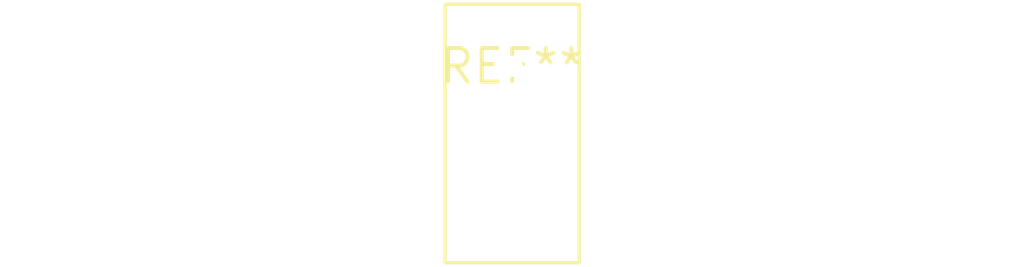
<source format=kicad_pcb>
(kicad_pcb (version 20240108) (generator pcbnew)
  (layers (0 "F.Cu" signal) (31 "B.Cu" signal) (34 "B.Paste" user) (35 "F.Paste" user) (36 "B.SilkS" user "B.Silkscreen") (37 "F.SilkS" user "F.Silkscreen") (38 "B.Mask" user) (39 "F.Mask" user) (44 "Edge.Cuts" user))
  (net 0 "")
  (footprint "Potentiometer_Bourns_3386C_Horizontal" (layer "F.Cu") (at 0 0)
    (property "Reference" "REF**")
    (property "Value" "Potentiometer_Bourns_3386C_Horizontal")
    (fp_line (start -2.535 -2.345) (end -2.535 7.425) (layer "F.SilkS") (stroke (width 0.12)))
    (fp_line (start -2.535 -2.345) (end 2.535 -2.345) (layer "F.SilkS") (stroke (width 0.12)))
    (fp_line (start -2.535 7.425) (end 2.535 7.425) (layer "F.SilkS") (stroke (width 0.12)))
    (fp_line (start 2.535 -2.345) (end 2.535 7.425) (layer "F.SilkS") (stroke (width 0.12)))
    (pad "1" thru_hole circle (at 0 0) (size 1.44 1.44) (drill 0.8) (layers *.Cu *.Mask) (remove_unused_layers))
    (pad "2" thru_hole circle (at 0 2.54) (size 1.44 1.44) (drill 0.8) (layers *.Cu *.Mask) (remove_unused_layers))
    (pad "3" thru_hole circle (at 0 5.08) (size 1.44 1.44) (drill 0.8) (layers *.Cu *.Mask) (remove_unused_layers))
  )
)
</source>
